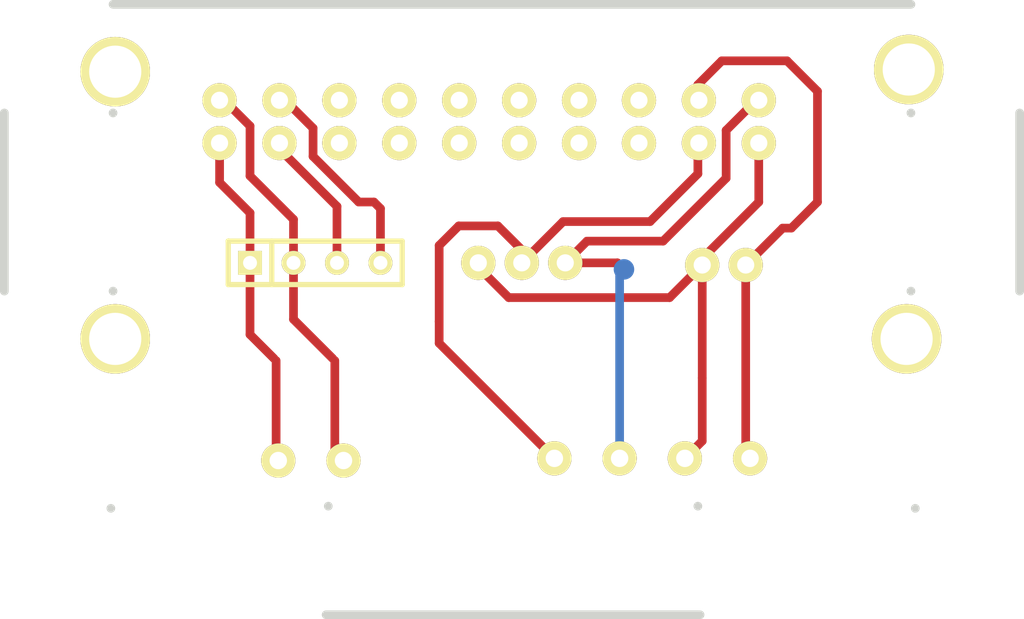
<source format=kicad_pcb>
(kicad_pcb (version 4) (host json2kicad_pcb "2020-07-15 17:06:20")

  (general
    (links 0)
    (no_connects 0)
    (area -28.575 -15.75 30.734 21.463)
    (thickness 1.6002)
    (drawings 0)
    (tracks 68)
    (zones 0)
    (modules 10)
    (nets 88)
  )

  (page A3)
  (title_block
    (date "30 dec 2015")
  )

  (layers
  (0 B.Cu signal)
  (1 Inner1.Cu signal)
  (2 Inner2.Cu signal)
  (15 F.Cu signal)
  (20 B.SilkS user)
  (21 F.SilkS user)
  (22 B.Paste user)
  (23 F.Paste user)
  (24 Dwgs.User user)
  (25 Cmts.User user)
  (26 Eco1.User user)
  (27 Eco2.User user)
  (28 Edge.Cuts user)
  (31 B.Cu signal)
  (32 B.Adhes user)
  (33 F.Adhes user)
  (34 B.Paste user)
  (35 F.Paste user)
  (36 B.SilkS user)
  (37 F.SilkS user)
  (38 B.Mask user)
  (39 F.Mask user)
  (40 Dwgs.User user)
  (41 Cmts.User user)
  (42 Eco1.User user)
  (43 Eco2.User user)
  (44 Edge.Cuts user)
  )

  (setup
(last_trace_width 0.254)
    (trace_clearance 0.254)
    (zone_clearance 0.508)
    (zone_45_only no)
    (trace_min 0.254)
    (segment_width 0.2)
    (edge_width 0.1)
    (via_size 1.19888)
    (via_drill 0.635)
    (via_min_size 0.889)
    (via_min_drill 0.508)
    (uvia_size 0.508)
    (uvia_drill 0.127)
    (uvias_allowed no)
    (uvia_min_size 0.508)
    (uvia_min_drill 0.127)
    (pcb_text_width 0.3)
    (pcb_text_size 1.5 1.5)
    (mod_edge_width 0.15)
    (mod_text_size 1 1)
    (mod_text_width 0.15)
    (pad_size 1.5 1.5)
    (pad_drill 0.6)
    (pad_to_mask_clearance 0)
    (aux_axis_origin 0 0)
    (visible_elements 7FFFFFFF)
    (pcbplotparams
      (layerselection 0x00030_80000001)
      (usegerberextensions true)
      (excludeedgelayer true)
      (linewidth 0.150000)
      (plotframeref false)
      (viasonmask false)
      (mode 1)
      (useauxorigin false)
      (hpglpennumber 1)
      (hpglpenspeed 20)
      (hpglpendiameter 15)
      (hpglpenoverlay 2)
      (psnegative false)
      (psa4output false)
      (plotreference true)
      (plotvalue true)
      (plotinvisibletext false)
      (padsonsilk false)
      (subtractmaskfromsilk false)
      (outputformat 1)
      (mirror false)
      (drillshape 1)
      (scaleselection 1)
      (outputdirectory ""))
  )

  (net 0 "")
  (net 1 "N-00001")
  (net 2 "N-00002")
  (net 3 "N-00003")
  (net 4 "N-00004")
  (net 5 "N-00005")
  (net 6 "N-00006")
  (net 7 "N-00007")
  (net 8 "N-00008")
  (net 9 "N-00009")
  (net 10 "N-00010")
  (net 11 "N-00011")
  (net 12 "N-00012")
  (net 13 "N-00013")
  (net 14 "N-00014")
  (net 15 "N-00015")
  (net 16 "N-00016")
  (net 17 "N-00017")
  (net 18 "N-00018")
  (net 19 "N-00019")
  (net 20 "N-00020")
  (net 21 "N-00021")
  (net 22 "N-00022")
  (net 23 "N-00023")
  (net 24 "N-00024")
  (net 25 "N-00025")
  (net 26 "N-00026")
  (net 27 "N-00027")
  (net 28 "N-00028")
  (net 29 "N-00029")
  (net 30 "N-00030")
  (net 31 "N-00031")
  (net 32 "N-00032")
  (net 33 "N-00033")
  (net 34 "N-00034")
  (net 35 "N-00035")
  (net 36 "N-00036")
  (net 37 "N-00037")
  (net 38 "N-00038")
  (net 39 "N-00039")
  (net 40 "N-00040")
  (net 41 "N-00041")
  (net 42 "N-00042")
  (net 43 "N-00043")
  (net 44 "N-00044")
  (net 45 "N-00045")
  (net 46 "N-00046")
  (net 47 "N-00047")
  (net 48 "N-00048")
  (net 49 "N-00049")
  (net 50 "N-00050")
  (net 51 "N-00051")
  (net 52 "N-00052")
  (net 53 "N-00053")
  (net 54 "N-00054")
  (net 55 "N-00055")
  (net 56 "N-00056")
  (net 57 "N-00057")
  (net 58 "N-00058")
  (net 59 "N-00059")
  (net 60 "N-00060")
  (net 61 "N-00061")
  (net 62 "N-00062")
  (net 63 "N-00063")
  (net 64 "N-00064")
  (net 65 "N-00065")
  (net 66 "N-00066")
  (net 67 "N-00067")
  (net 68 "N-00068")
  (net 69 "N-00069")
  (net 70 "N-00070")
  (net 75 "N-00075")
  (net 80 "N-00080")
  (net 76 "N-00076")
  (net 81 "N-00081")
  (net 82 "N-00082")
  (net 83 "N-00083")
  (net 84 "N-00084")
  (net 85 "N-00085")
  (net 88 "N-00088")
  (net 89 "N-00089")
  (net 90 "N-00090")
  (net 91 "N-00091")
  (net 92 "N-00092")
  (net 93 "N-00093")
  (net 94 "N-00094")
  (net 95 "N-00095")
  (net 100 "N-00100")

  (net_class Default "This is the default net class."
    (via_dia 1.19888)
    (via_drill 0.635)
    (uvia_drill 0.127)
    (trace_width 0.254)
    (uvia_dia 0.508)
    (clearance 0.254)
    (add_net "")
    (add_net "N-00001")
    (add_net "N-00002")
    (add_net "N-00003")
    (add_net "N-00004")
    (add_net "N-00005")
    (add_net "N-00006")
    (add_net "N-00007")
    (add_net "N-00008")
    (add_net "N-00009")
    (add_net "N-00010")
    (add_net "N-00011")
    (add_net "N-00012")
    (add_net "N-00013")
    (add_net "N-00014")
    (add_net "N-00015")
    (add_net "N-00016")
    (add_net "N-00017")
    (add_net "N-00018")
    (add_net "N-00019")
    (add_net "N-00020")
    (add_net "N-00021")
    (add_net "N-00022")
    (add_net "N-00023")
    (add_net "N-00024")
    (add_net "N-00025")
    (add_net "N-00026")
    (add_net "N-00027")
    (add_net "N-00028")
    (add_net "N-00029")
    (add_net "N-00030")
    (add_net "N-00031")
    (add_net "N-00024")
    (add_net "N-00025")
    (add_net "N-00026")
    (add_net "N-00027")
    (add_net "N-00020")
    (add_net "N-00021")
    (add_net "N-00022")
    (add_net "N-00023")
    (add_net "N-00040")
    (add_net "N-00041")
    (add_net "N-00042")
    (add_net "N-00043")
    (add_net "N-00028")
    (add_net "N-00029")
    (add_net "N-00046")
    (add_net "N-00047")
    (add_net "N-00048")
    (add_net "")
    (add_net "N-00050")
    (add_net "N-00051")
    (add_net "N-00052")
    (add_net "N-00004")
    (add_net "N-00054")
    (add_net "N-00055")
    (add_net "N-00056")
    (add_net "N-00008")
    (add_net "N-00058")
    (add_net "N-00059")
    (add_net "N-00060")
    (add_net "N-00061")
    (add_net "N-00062")
    (add_net "N-00063")
    (add_net "N-00064")
    (add_net "N-00065")
    (add_net "N-00066")
    (add_net "N-00067")
    (add_net "N-00068")
    (add_net "N-00069")
    (add_net "N-00070")
    (add_net "N-00075")
    (add_net "N-00076")
    (add_net "N-00080")
    (add_net "N-00081")
    (add_net "N-00082")
    (add_net "N-00083")
    (add_net "N-00084")
    (add_net "N-00085")
    (add_net "N-00088")
    (add_net "N-00089")
    (add_net "N-00090")
    (add_net "N-00091")
    (add_net "N-00092")
    (add_net "N-00093")
    (add_net "N-00094")
    (add_net "N-00095")
    (add_net "N-00059")
    (add_net "N-00058")
    (add_net "N-00055")
    (add_net "N-00054")
    (add_net "N-00057")
    (add_net "N-00056")
    (add_net "N-00051")
    (add_net "N-00050")
    (add_net "N-00053")
    (add_net "N-00052")
    (add_net "N-00088")
    (add_net "N-00089")
    (add_net "N-00082")
    (add_net "N-00039")
    (add_net "N-00080")
    (add_net "N-00081")
    (add_net "N-00084")
    (add_net "N-00085")
    (add_net "N-00003")
    (add_net "N-00007")
    (add_net "N-00032")
    (add_net "N-00033")
    (add_net "N-00034")
    (add_net "N-00035")
    (add_net "N-00036")
    (add_net "N-00100")
    (add_net "N-00037")
    (add_net "N-00039")
    (add_net "N-00038")
    (add_net "N-00038")
    (add_net "N-00033")
    (add_net "N-00032")
    (add_net "N-00031")
    (add_net "N-00030")
    (add_net "N-00037")
    (add_net "N-00036")
    (add_net "N-00035")
    (add_net "N-00034")
    (add_net "N-00044")
    (add_net "N-00045")
    (add_net "N-00060")
    (add_net "N-00061")
    (add_net "N-00062")
    (add_net "N-00063")
    (add_net "N-00064")
    (add_net "N-00065")
    (add_net "N-00066")
    (add_net "N-00067")
    (add_net "N-00068")
    (add_net "N-00069")
    (add_net "N-00049")
    (add_net "N-00002")
    (add_net "N-00006")
    (add_net "N-00053")
    (add_net "N-00057")
    (add_net "N-00091")
    (add_net "N-00090")
    (add_net "N-00093")
    (add_net "N-00092")
    (add_net "N-00095")
    (add_net "N-00094")
    (add_net "N-00011")
    (add_net "N-00010")
    (add_net "N-00013")
    (add_net "N-00012")
    (add_net "N-00015")
    (add_net "N-00014")
    (add_net "N-00017")
    (add_net "N-00016")
    (add_net "N-00019")
    (add_net "N-00018")
    (add_net "N-00083")
    (add_net "N-00048")
    (add_net "N-00049")
    (add_net "N-00046")
    (add_net "N-00047")
    (add_net "N-00044")
    (add_net "N-00045")
    (add_net "N-00042")
    (add_net "N-00043")
    (add_net "N-00040")
    (add_net "N-00041")
    (add_net "N-00001")
    (add_net "N-00005")
    (add_net "N-00009")
    (add_net "N-00100")
    (add_net "N-00076")
    (add_net "N-00075")
    (add_net "N-00070")
  )
  (gr_line (start -22.225 2.54) (end -22.225 2.54) (angle -90.00) (width 0.508) (layer Edge.Cuts))
  (module "meow"
    (layer "F.Cu")
    (tedit 0)
    (tstamp 0)
    (at 1.651 0.889 90.00)
    (fp_text reference ""
      (at 0.0 0.0 0.00)
      (layer F.SilkS)
      (effects (font (size 0.0 0.0)
        (thickness 0.0)))
    )
    (fp_text reference ""
      (at 0.0 0.0 0.00)
      (layer F.SilkS)
      (effects (font (size 0.0 0.0)
        (thickness 0.0)))
    )
    (pad 1 thru_hole circle (at 0.0 -2.54 90.00) (size 2.0 2.0) (drill 1.0) (layers "B.Cu" "Inner1.Cu" "Inner2.Cu" "F.Cu" "F.SilkS" "B.Paste" "F.Paste") (net 69 N-00069))
    (pad 2 thru_hole circle (at 0.0 0.0 90.00) (size 2.0 2.0) (drill 1.0) (layers "B.Cu" "Inner1.Cu" "Inner2.Cu" "F.Cu" "F.SilkS" "B.Paste" "F.Paste") (net 67 N-00067))
    (pad 3 thru_hole circle (at 0.0 2.54 90.00) (size 2.0 2.0) (drill 1.0) (layers "B.Cu" "Inner1.Cu" "Inner2.Cu" "F.Cu" "F.SilkS" "B.Paste" "F.Paste") (net 70 N-00070))
  )

  (segment (start 10.287 2.921) (end 12.192 1.016) (width 0.508) (layer B.Cu) (net 69))
  (module "meow"
    (layer "F.Cu")
    (tedit 0)
    (tstamp 0)
    (at 13.462 1.016 90.00)
    (fp_text reference ""
      (at 0.0 0.0 0.00)
      (layer F.SilkS)
      (effects (font (size 0.0 0.0)
        (thickness 0.0)))
    )
    (fp_text reference ""
      (at 0.0 0.0 0.00)
      (layer F.SilkS)
      (effects (font (size 0.0 0.0)
        (thickness 0.0)))
    )
    (pad 1 thru_hole circle (at 0.0 -1.27 90.00) (size 2.0 2.0) (drill 1.0) (layers "B.Cu" "Inner1.Cu" "Inner2.Cu" "F.Cu" "F.SilkS" "B.Paste" "F.Paste") (net 69 N-00069))
    (pad 2 thru_hole circle (at 0.0 1.27 90.00) (size 2.0 2.0) (drill 1.0) (layers "B.Cu" "Inner1.Cu" "Inner2.Cu" "F.Cu" "F.SilkS" "B.Paste" "F.Paste") (net 68 N-00068))
  )

  (segment (start 11.938 -8.636) (end 11.938 -9.525) (width 0.508) (layer B.Cu) (net 68))
  (segment (start 11.938 -9.525) (end 13.335 -10.922) (width 0.508) (layer B.Cu) (net 68))
  (segment (start 13.335 -10.922) (end 17.145 -10.922) (width 0.508) (layer B.Cu) (net 68))
  (segment (start 17.145 -10.922) (end 18.923 -9.144) (width 0.508) (layer B.Cu) (net 68))
  (segment (start 18.923 -9.144) (end 18.923 -2.667) (width 0.508) (layer B.Cu) (net 68))
  (segment (start 18.923 -2.667) (end 17.399 -1.143) (width 0.508) (layer B.Cu) (net 68))
  (segment (start 17.399 -1.143) (end 16.891 -1.143) (width 0.508) (layer B.Cu) (net 68))
  (segment (start 16.891 -1.143) (end 14.732 1.016) (width 0.508) (layer B.Cu) (net 68))
  (segment (start 15.494 -6.096) (end 15.494 -2.667) (width 0.508) (layer B.Cu) (net 69))
  (segment (start 15.494 -2.667) (end 12.192 0.635) (width 0.508) (layer B.Cu) (net 69))
  (segment (start 12.192 0.635) (end 12.192 1.016) (width 0.508) (layer B.Cu) (net 69))
  (segment (start 15.494 -8.636) (end 15.367 -8.636) (width 0.508) (layer B.Cu) (net 70))
  (segment (start 15.367 -8.636) (end 13.589 -6.858) (width 0.508) (layer B.Cu) (net 70))
  (segment (start 13.589 -6.858) (end 13.589 -4.064) (width 0.508) (layer B.Cu) (net 70))
  (segment (start 13.589 -4.064) (end 9.906 -0.381) (width 0.508) (layer B.Cu) (net 70))
  (segment (start 9.906 -0.381) (end 5.461 -0.381) (width 0.508) (layer B.Cu) (net 70))
  (segment (start 5.461 -0.381) (end 4.191 0.889) (width 0.508) (layer B.Cu) (net 70))
  (segment (start 11.938 -6.096) (end 11.938 -4.318) (width 0.508) (layer B.Cu) (net 67))
  (segment (start 11.938 -4.318) (end 9.144 -1.524) (width 0.508) (layer B.Cu) (net 67))
  (segment (start 9.144 -1.524) (end 4.064 -1.524) (width 0.508) (layer B.Cu) (net 67))
  (segment (start 4.064 -1.524) (end 1.651 0.889) (width 0.508) (layer B.Cu) (net 67))
  (segment (start -0.889 0.889) (end -0.889 1.143) (width 0.508) (layer B.Cu) (net 69))
  (segment (start -0.889 1.143) (end 0.889 2.921) (width 0.508) (layer B.Cu) (net 69))
  (segment (start 0.889 2.921) (end 10.287 2.921) (width 0.508) (layer B.Cu) (net 69))
  (module "SIL-4"
    (layer "F.Cu")
    (tedit 0)
    (tstamp 0)
    (at -10.414 0.889 0.00)
    (fp_text reference "SIL-4"
      (at -2.54 0.0 0.00)
      (layer F.SilkS)
      (effects (font (size 1.08712 0.0)
        (thickness 0.0)))
    )
    (fp_text value "Val**"
      (at -2.54 0.0 0.00)
      (layer F.SilkS)
      (effects (font (size 1.016 0.0)
        (thickness 0.0)))
    )
    (fp_line (start -5.08 -1.27) (end -5.08 -1.27) (layer F.SilkS) (width 0.3048))
    (fp_line (start -5.08 1.27) (end -5.08 -1.27) (layer F.SilkS) (width 0.3048))
    (fp_line (start -5.08 -1.27) (end -5.08 -1.27) (layer F.SilkS) (width 0.3048))
    (fp_line (start -5.08 -1.27) (end 5.08 -1.27) (layer F.SilkS) (width 0.3048))
    (fp_line (start 5.08 -1.27) (end 5.08 1.27) (layer F.SilkS) (width 0.3048))
    (fp_line (start 5.08 1.27) (end -5.08 1.27) (layer F.SilkS) (width 0.3048))
    (fp_line (start -2.54 1.27) (end -2.54 -1.27) (layer F.SilkS) (width 0.3048))
    (pad 1 thru_hole rect (at -3.81 0.0 0.00) (size 1.397 1.397) (drill 0.8128) (layers "B.Cu" "Inner1.Cu" "Inner2.Cu" "F.Cu" "F.SilkS" "B.Paste" "F.Paste") (net 51 N-00051))
    (pad 2 thru_hole circle (at -1.27 0.0 0.00) (size 1.397 1.397) (drill 0.8128) (layers "B.Cu" "Inner1.Cu" "Inner2.Cu" "F.Cu" "F.SilkS" "B.Paste" "F.Paste") (net 52 N-00052))
    (pad 3 thru_hole circle (at 1.27 0.0 0.00) (size 1.397 1.397) (drill 0.8128) (layers "B.Cu" "Inner1.Cu" "Inner2.Cu" "F.Cu" "F.SilkS" "B.Paste" "F.Paste") (net 53 N-00053))
    (pad 4 thru_hole circle (at 3.81 0.0 0.00) (size 1.397 1.397) (drill 0.8128) (layers "B.Cu" "Inner1.Cu" "Inner2.Cu" "F.Cu" "F.SilkS" "B.Paste" "F.Paste") (net 54 N-00054))
  )

  (segment (start -12.446 -8.636) (end -12.192 -8.636) (width 0.508) (layer B.Cu) (net 54))
  (segment (start -12.192 -8.636) (end -10.541 -6.985) (width 0.508) (layer B.Cu) (net 54))
  (segment (start -10.541 -6.985) (end -10.541 -5.334) (width 0.508) (layer B.Cu) (net 54))
  (segment (start -10.541 -5.334) (end -7.874 -2.667) (width 0.508) (layer B.Cu) (net 54))
  (segment (start -7.874 -2.667) (end -6.985 -2.667) (width 0.508) (layer B.Cu) (net 54))
  (segment (start -6.985 -2.667) (end -6.604 -2.286) (width 0.508) (layer B.Cu) (net 54))
  (segment (start -6.604 -2.286) (end -6.604 0.889) (width 0.508) (layer B.Cu) (net 54))
  (segment (start -12.446 -6.096) (end -12.446 -5.715) (width 0.508) (layer B.Cu) (net 53))
  (segment (start -12.446 -5.715) (end -9.144 -2.413) (width 0.508) (layer B.Cu) (net 53))
  (segment (start -9.144 -2.413) (end -9.144 0.889) (width 0.508) (layer B.Cu) (net 53))
  (segment (start -16.002 -8.636) (end -15.748 -8.636) (width 0.508) (layer B.Cu) (net 52))
  (segment (start -15.748 -8.636) (end -14.224 -7.112) (width 0.508) (layer B.Cu) (net 52))
  (segment (start -14.224 -7.112) (end -14.224 -4.191) (width 0.508) (layer B.Cu) (net 52))
  (segment (start -14.224 -4.191) (end -11.684 -1.651) (width 0.508) (layer B.Cu) (net 52))
  (segment (start -11.684 -1.651) (end -11.684 0.889) (width 0.508) (layer B.Cu) (net 52))
  (segment (start -16.002 -6.096) (end -16.002 -3.81) (width 0.508) (layer B.Cu) (net 51))
  (segment (start -16.002 -3.81) (end -14.224 -2.032) (width 0.508) (layer B.Cu) (net 51))
  (segment (start -14.224 -2.032) (end -14.224 0.889) (width 0.508) (layer B.Cu) (net 51))
  (module "1pin"
    (layer "F.Cu")
    (tedit 0)
    (tstamp 0)
    (at -22.098 -10.287 0.00)
    (fp_text reference "1PIN"
      (at -3.048 0.0 0.00)
      (layer F.SilkS)
      (effects (font (size 1.016 0.0)
        (thickness 0.0)))
    )
    (fp_text value "P***"
      (at 2.794 0.0 0.00)
      (layer F.SilkS)
      (effects (font (size 1.016 0.0)
        (thickness 0.0)))
    )
    (pad 1 thru_hole circle (at 0.0 0.0 0.00) (size 4.064 4.064) (drill 3.048) (layers "B.Cu" "Inner1.Cu" "Inner2.Cu" "F.Cu" "F.SilkS" "B.Paste" "F.Paste") (net 82 N-00082))
  )

  (module "1pin"
    (layer "F.Cu")
    (tedit 0)
    (tstamp 0)
    (at 24.257 -10.414 0.00)
    (fp_text reference "1PIN"
      (at -3.048 0.0 0.00)
      (layer F.SilkS)
      (effects (font (size 1.016 0.0)
        (thickness 0.0)))
    )
    (fp_text value "P***"
      (at 2.794 0.0 0.00)
      (layer F.SilkS)
      (effects (font (size 1.016 0.0)
        (thickness 0.0)))
    )
    (pad 1 thru_hole circle (at 0.0 0.0 0.00) (size 4.064 4.064) (drill 3.048) (layers "B.Cu" "Inner1.Cu" "Inner2.Cu" "F.Cu" "F.SilkS" "B.Paste" "F.Paste") (net 83 N-00083))
  )

  (module "1pin"
    (layer "F.Cu")
    (tedit 0)
    (tstamp 0)
    (at -22.098 5.334 0.00)
    (fp_text reference "1PIN"
      (at -3.048 0.0 0.00)
      (layer F.SilkS)
      (effects (font (size 1.016 0.0)
        (thickness 0.0)))
    )
    (fp_text value "P***"
      (at 2.794 0.0 0.00)
      (layer F.SilkS)
      (effects (font (size 1.016 0.0)
        (thickness 0.0)))
    )
    (pad 1 thru_hole circle (at 0.0 0.0 0.00) (size 4.064 4.064) (drill 3.048) (layers "B.Cu" "Inner1.Cu" "Inner2.Cu" "F.Cu" "F.SilkS" "B.Paste" "F.Paste") (net 84 N-00084))
  )

  (module "1pin"
    (layer "F.Cu")
    (tedit 0)
    (tstamp 0)
    (at 24.13 5.334 0.00)
    (fp_text reference "1PIN"
      (at -3.048 0.0 0.00)
      (layer F.SilkS)
      (effects (font (size 1.016 0.0)
        (thickness 0.0)))
    )
    (fp_text value "P***"
      (at 2.794 0.0 0.00)
      (layer F.SilkS)
      (effects (font (size 1.016 0.0)
        (thickness 0.0)))
    )
    (pad 1 thru_hole circle (at 0.0 0.0 0.00) (size 4.064 4.064) (drill 3.048) (layers "B.Cu" "Inner1.Cu" "Inner2.Cu" "F.Cu" "F.SilkS" "B.Paste" "F.Paste") (net 85 N-00085))
  )

  (gr_line (start -22.225 -14.224) (end 24.384 -14.224) (angle 51566.20) (width 0.508) (layer Edge.Cuts))
  (module "meow"
    (layer "F.Cu")
    (tedit 0)
    (tstamp 0)
    (at -10.668 12.446 -90.00)
    (fp_text reference ">NAME"
      (at 0.0 0.0 0.00)
      (layer F.SilkS)
      (effects (font (size 0.0 0.0)
        (thickness 0.0)))
    )
    (fp_text reference "val**"
      (at 0.0 0.0 0.00)
      (layer F.SilkS)
      (effects (font (size 0.0 0.0)
        (thickness 0.0)))
    )
    (pad 1 thru_hole circle (at 0.0 -1.905 -90.00) (size 1.99898 1.99898) (drill 1.016) (layers "B.Cu" "Inner1.Cu" "Inner2.Cu" "F.Cu" "F.SilkS" "B.Paste" "F.Paste") (net 52 N-00052))
    (pad 2 thru_hole circle (at 0.0 1.905 -90.00) (size 1.99898 1.99898) (drill 1.016) (layers "B.Cu" "Inner1.Cu" "Inner2.Cu" "F.Cu" "F.SilkS" "B.Paste" "F.Paste") (net 51 N-00051))
  )

  (gr_line (start -28.575 -7.874) (end -28.575 2.54) (angle 51566.20) (width 0.508) (layer Edge.Cuts))
  (gr_line (start 30.734 -7.874) (end 30.734 2.54) (angle 51566.20) (width 0.508) (layer Edge.Cuts))
  (gr_line (start -22.225 -7.874) (end -22.225 -7.874) (angle -90.00) (width 0.508) (layer Edge.Cuts))
  (gr_line (start 24.384 -7.874) (end 24.384 -7.874) (angle -90.00) (width 0.508) (layer Edge.Cuts))
  (gr_line (start 24.384 2.54) (end 24.384 2.54) (angle -90.00) (width 0.508) (layer Edge.Cuts))
  (module "meow"
    (layer "F.Cu")
    (tedit 0)
    (tstamp 0)
    (at -0.254 -7.366 90.00)
    (fp_text reference ""
      (at 0.0 0.0 0.00)
      (layer F.SilkS)
      (effects (font (size 0.0 0.0)
        (thickness 0.0)))
    )
    (fp_text reference ""
      (at 0.0 0.0 0.00)
      (layer F.SilkS)
      (effects (font (size 0.0 0.0)
        (thickness 0.0)))
    )
    (pad 1 thru_hole circle (at -1.25 -15.75 90.00) (size 2.0 2.0) (drill 1.0) (layers "B.Cu" "Inner1.Cu" "Inner2.Cu" "F.Cu" "F.SilkS" "B.Paste" "F.Paste") (net 51 N-00051))
    (pad 2 thru_hole circle (at 1.25 -15.75 90.00) (size 2.0 2.0) (drill 1.0) (layers "B.Cu" "Inner1.Cu" "Inner2.Cu" "F.Cu" "F.SilkS" "B.Paste" "F.Paste") (net 52 N-00052))
    (pad 3 thru_hole circle (at -1.25 -12.25 90.00) (size 2.0 2.0) (drill 1.0) (layers "B.Cu" "Inner1.Cu" "Inner2.Cu" "F.Cu" "F.SilkS" "B.Paste" "F.Paste") (net 53 N-00053))
    (pad 4 thru_hole circle (at 1.25 -12.25 90.00) (size 2.0 2.0) (drill 1.0) (layers "B.Cu" "Inner1.Cu" "Inner2.Cu" "F.Cu" "F.SilkS" "B.Paste" "F.Paste") (net 54 N-00054))
    (pad 5 thru_hole circle (at -1.25 -8.75 90.00) (size 2.0 2.0) (drill 1.0) (layers "B.Cu" "Inner1.Cu" "Inner2.Cu" "F.Cu" "F.SilkS" "B.Paste" "F.Paste") (net 55 N-00055))
    (pad 6 thru_hole circle (at 1.25 -8.75 90.00) (size 2.0 2.0) (drill 1.0) (layers "B.Cu" "Inner1.Cu" "Inner2.Cu" "F.Cu" "F.SilkS" "B.Paste" "F.Paste") (net 56 N-00056))
    (pad 7 thru_hole circle (at -1.25 -5.25 90.00) (size 2.0 2.0) (drill 1.0) (layers "B.Cu" "Inner1.Cu" "Inner2.Cu" "F.Cu" "F.SilkS" "B.Paste" "F.Paste") (net 57 N-00057))
    (pad 8 thru_hole circle (at 1.25 -5.25 90.00) (size 2.0 2.0) (drill 1.0) (layers "B.Cu" "Inner1.Cu" "Inner2.Cu" "F.Cu" "F.SilkS" "B.Paste" "F.Paste") (net 58 N-00058))
    (pad 9 thru_hole circle (at -1.25 -1.75 90.00) (size 2.0 2.0) (drill 1.0) (layers "B.Cu" "Inner1.Cu" "Inner2.Cu" "F.Cu" "F.SilkS" "B.Paste" "F.Paste") (net 59 N-00059))
    (pad 10 thru_hole circle (at 1.25 -1.75 90.00) (size 2.0 2.0) (drill 1.0) (layers "B.Cu" "Inner1.Cu" "Inner2.Cu" "F.Cu" "F.SilkS" "B.Paste" "F.Paste") (net 60 N-00060))
    (pad 11 thru_hole circle (at -1.25 1.75 90.00) (size 2.0 2.0) (drill 1.0) (layers "B.Cu" "Inner1.Cu" "Inner2.Cu" "F.Cu" "F.SilkS" "B.Paste" "F.Paste") (net 61 N-00061))
    (pad 12 thru_hole circle (at 1.25 1.75 90.00) (size 2.0 2.0) (drill 1.0) (layers "B.Cu" "Inner1.Cu" "Inner2.Cu" "F.Cu" "F.SilkS" "B.Paste" "F.Paste") (net 62 N-00062))
    (pad 13 thru_hole circle (at -1.25 5.25 90.00) (size 2.0 2.0) (drill 1.0) (layers "B.Cu" "Inner1.Cu" "Inner2.Cu" "F.Cu" "F.SilkS" "B.Paste" "F.Paste") (net 63 N-00063))
    (pad 14 thru_hole circle (at 1.25 5.25 90.00) (size 2.0 2.0) (drill 1.0) (layers "B.Cu" "Inner1.Cu" "Inner2.Cu" "F.Cu" "F.SilkS" "B.Paste" "F.Paste") (net 64 N-00064))
    (pad 15 thru_hole circle (at -1.25 8.75 90.00) (size 2.0 2.0) (drill 1.0) (layers "B.Cu" "Inner1.Cu" "Inner2.Cu" "F.Cu" "F.SilkS" "B.Paste" "F.Paste") (net 65 N-00065))
    (pad 16 thru_hole circle (at 1.25 8.75 90.00) (size 2.0 2.0) (drill 1.0) (layers "B.Cu" "Inner1.Cu" "Inner2.Cu" "F.Cu" "F.SilkS" "B.Paste" "F.Paste") (net 66 N-00066))
    (pad 17 thru_hole circle (at -1.25 12.25 90.00) (size 2.0 2.0) (drill 1.0) (layers "B.Cu" "Inner1.Cu" "Inner2.Cu" "F.Cu" "F.SilkS" "B.Paste" "F.Paste") (net 67 N-00067))
    (pad 18 thru_hole circle (at 1.25 12.25 90.00) (size 2.0 2.0) (drill 1.0) (layers "B.Cu" "Inner1.Cu" "Inner2.Cu" "F.Cu" "F.SilkS" "B.Paste" "F.Paste") (net 68 N-00068))
    (pad 19 thru_hole circle (at -1.25 15.75 90.00) (size 2.0 2.0) (drill 1.0) (layers "B.Cu" "Inner1.Cu" "Inner2.Cu" "F.Cu" "F.SilkS" "B.Paste" "F.Paste") (net 69 N-00069))
    (pad 20 thru_hole circle (at 1.25 15.75 90.00) (size 2.0 2.0) (drill 1.0) (layers "B.Cu" "Inner1.Cu" "Inner2.Cu" "F.Cu" "F.SilkS" "B.Paste" "F.Paste") (net 70 N-00070))
  )

  (gr_line (start 24.638 15.24) (end 24.638 15.24) (angle -90.00) (width 0.508) (layer Edge.Cuts))
  (gr_line (start -22.352 15.24) (end -22.352 15.24) (angle -90.00) (width 0.508) (layer Edge.Cuts))
  (module "meow"
    (layer "F.Cu")
    (tedit 0)
    (tstamp 0)
    (at 9.271 12.319 90.00)
    (fp_text reference ">NAME"
      (at 0.0 0.0 0.00)
      (layer F.SilkS)
      (effects (font (size 0.0 0.0)
        (thickness 0.0)))
    )
    (fp_text reference "val**"
      (at 0.0 0.0 0.00)
      (layer F.SilkS)
      (effects (font (size 0.0 0.0)
        (thickness 0.0)))
    )
    (pad 1 thru_hole circle (at 0.0 -5.715 90.00) (size 1.99898 1.99898) (drill 1.016) (layers "B.Cu" "Inner1.Cu" "Inner2.Cu" "F.Cu" "F.SilkS" "B.Paste" "F.Paste") (net 67 N-00067))
    (pad 2 thru_hole circle (at 0.0 -1.905 90.00) (size 1.99898 1.99898) (drill 1.016) (layers "B.Cu" "Inner1.Cu" "Inner2.Cu" "F.Cu" "F.SilkS" "B.Paste" "F.Paste") (net 70 N-00070))
    (pad 3 thru_hole circle (at 0.0 1.905 90.00) (size 1.99898 1.99898) (drill 1.016) (layers "B.Cu" "Inner1.Cu" "Inner2.Cu" "F.Cu" "F.SilkS" "B.Paste" "F.Paste") (net 69 N-00069))
    (pad 4 thru_hole circle (at 0.0 5.715 90.00) (size 1.99898 1.99898) (drill 1.016) (layers "B.Cu" "Inner1.Cu" "Inner2.Cu" "F.Cu" "F.SilkS" "B.Paste" "F.Paste") (net 68 N-00068))
  )

  (gr_line (start -9.652 15.113) (end -9.652 15.113) (angle -90.00) (width 0.508) (layer Edge.Cuts))
  (gr_line (start 11.938 15.113) (end 11.938 15.113) (angle -90.00) (width 0.508) (layer Edge.Cuts))
  (gr_line (start -9.779 21.463) (end 12.065 21.463) (angle 51566.20) (width 0.508) (layer Edge.Cuts))
  (segment (start -14.224 0.889) (end -14.224 5.08) (width 0.508) (layer B.Cu) (net 51))
  (segment (start -14.224 5.08) (end -12.827 6.477) (width 0.508) (layer B.Cu) (net 51))
  (segment (start 14.732 12.065) (end 14.986 12.319) (width 0.508) (layer B.Cu) (net 68))
  (segment (start -11.684 0.889) (end -11.684 4.191) (width 0.508) (layer B.Cu) (net 52))
  (segment (start -11.684 4.191) (end -9.398 6.477) (width 0.508) (layer B.Cu) (net 52))
  (segment (start 14.732 1.016) (end 14.732 12.065) (width 0.508) (layer B.Cu) (net 68))
  (segment (start 7.62 1.27) (end 7.62 1.27) (width 1.19888) (layer F.Cu) (net 70))
  (segment (start 7.62 1.27) (end 7.366 1.524) (width 0.508) (layer F.Cu) (net 70))
  (segment (start 12.192 1.016) (end 12.192 7.62) (width 0.508) (layer B.Cu) (net 69))
  (segment (start 4.191 0.889) (end 7.239 0.889) (width 0.508) (layer B.Cu) (net 70))
  (segment (start 7.239 0.889) (end 7.62 1.27) (width 0.508) (layer B.Cu) (net 70))
  (segment (start 1.651 0.889) (end 1.651 0.127) (width 0.508) (layer B.Cu) (net 67))
  (segment (start 1.651 0.127) (end 0.254 -1.27) (width 0.508) (layer B.Cu) (net 67))
  (segment (start 0.254 -1.27) (end -2.032 -1.27) (width 0.508) (layer B.Cu) (net 67))
  (segment (start -2.032 -1.27) (end -3.175 -0.127) (width 0.508) (layer B.Cu) (net 67))
  (segment (start -3.175 -0.127) (end -3.175 4.318) (width 0.508) (layer B.Cu) (net 67))
  (segment (start -3.175 4.318) (end -3.175 5.588) (width 0.508) (layer B.Cu) (net 67))
  (segment (start -3.175 5.588) (end 3.556 12.319) (width 0.508) (layer B.Cu) (net 67))
  (segment (start 7.366 1.651) (end 7.366 12.319) (width 0.508) (layer F.Cu) (net 70))
  (segment (start 12.192 7.62) (end 12.192 11.303) (width 0.508) (layer B.Cu) (net 69))
  (segment (start 12.192 11.303) (end 11.176 12.319) (width 0.508) (layer B.Cu) (net 69))
  (segment (start -9.271 6.604) (end -9.271 11.938) (width 0.508) (layer B.Cu) (net 52))
  (segment (start -9.271 11.938) (end -8.763 12.446) (width 0.508) (layer B.Cu) (net 52))
  (segment (start -12.7 6.604) (end -12.7 12.319) (width 0.508) (layer B.Cu) (net 51))
  (segment (start -12.7 12.319) (end -12.573 12.446) (width 0.508) (layer B.Cu) (net 51))
)

</source>
